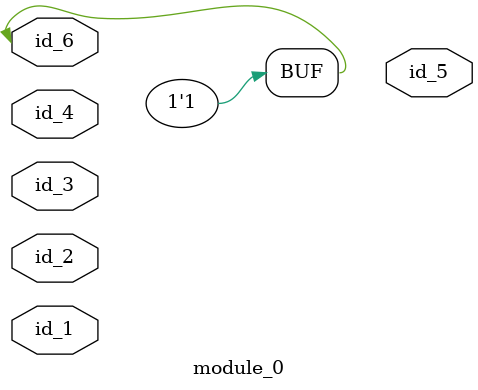
<source format=v>
module module_0 (
    id_1,
    id_2,
    id_3,
    id_4,
    id_5,
    id_6
);
  inout id_6;
  output id_5;
  input id_4;
  inout id_3;
  input id_2;
  input id_1;
  assign id_6 = id_3 + 1 ? 1 : 1;
endmodule

</source>
